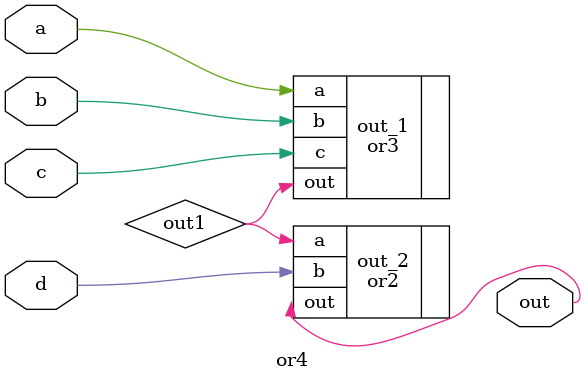
<source format=v>
module or4 (a, b, c, d, out);
    input a, b, c, d;
    output out;
    wire out1;

    or3 out_1 (.a(a), .b(b), .c(c), .out(out1));
    or2 out_2 (.a(out1), .b(d), .out(out));

endmodule

</source>
